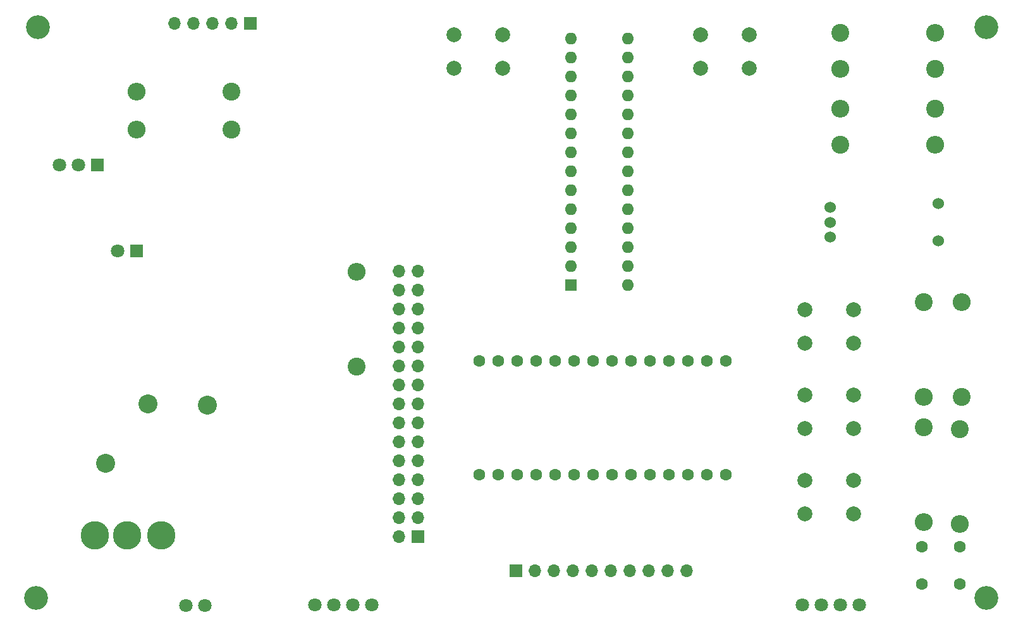
<source format=gbs>
%TF.GenerationSoftware,KiCad,Pcbnew,(6.0.1)*%
%TF.CreationDate,2022-04-05T20:10:59-05:00*%
%TF.ProjectId,Electroturn,456c6563-7472-46f7-9475-726e2e6b6963,rev?*%
%TF.SameCoordinates,Original*%
%TF.FileFunction,Soldermask,Bot*%
%TF.FilePolarity,Negative*%
%FSLAX46Y46*%
G04 Gerber Fmt 4.6, Leading zero omitted, Abs format (unit mm)*
G04 Created by KiCad (PCBNEW (6.0.1)) date 2022-04-05 20:10:59*
%MOMM*%
%LPD*%
G01*
G04 APERTURE LIST*
%ADD10C,2.000000*%
%ADD11C,1.524000*%
%ADD12R,1.700000X1.700000*%
%ADD13O,1.700000X1.700000*%
%ADD14R,1.800000X1.800000*%
%ADD15C,1.800000*%
%ADD16C,3.200000*%
%ADD17C,3.810000*%
%ADD18C,2.540000*%
%ADD19C,2.400000*%
%ADD20O,2.400000X2.400000*%
%ADD21C,1.600000*%
%ADD22C,1.803400*%
%ADD23R,1.600000X1.600000*%
%ADD24O,1.600000X1.600000*%
G04 APERTURE END LIST*
D10*
%TO.C,SW7*%
X188670000Y-95540000D03*
X182170000Y-95540000D03*
X188670000Y-100040000D03*
X182170000Y-100040000D03*
%TD*%
D11*
%TO.C,SW8*%
X185540000Y-58960000D03*
X185540000Y-62960000D03*
X185540000Y-60960000D03*
X200040000Y-58460000D03*
X200040000Y-63460000D03*
%TD*%
D12*
%TO.C,DS2*%
X143510000Y-107632500D03*
D13*
X146050000Y-107632500D03*
X148590000Y-107632500D03*
X151130000Y-107632500D03*
X153670000Y-107632500D03*
X156210000Y-107632500D03*
X158750000Y-107632500D03*
X161290000Y-107632500D03*
X163830000Y-107632500D03*
X166370000Y-107632500D03*
%TD*%
D14*
%TO.C,D1*%
X92710000Y-64770000D03*
D15*
X90170000Y-64770000D03*
%TD*%
D16*
%TO.C,H3*%
X206502000Y-34798000D03*
%TD*%
D17*
%TO.C,SW1*%
X87044000Y-102870000D03*
X91425500Y-102870000D03*
X95934000Y-102870000D03*
%TD*%
D12*
%TO.C,DS1*%
X107950000Y-34290000D03*
D13*
X105410000Y-34290000D03*
X102870000Y-34290000D03*
X100330000Y-34290000D03*
X97790000Y-34290000D03*
%TD*%
D18*
%TO.C,SW2*%
X102161594Y-85422842D03*
X88567158Y-93271594D03*
X94161026Y-85271026D03*
%TD*%
D10*
%TO.C,SW5*%
X182170000Y-72680000D03*
X188670000Y-72680000D03*
X188670000Y-77180000D03*
X182170000Y-77180000D03*
%TD*%
%TO.C,SW6*%
X182170000Y-84110000D03*
X188670000Y-84110000D03*
X182170000Y-88610000D03*
X188670000Y-88610000D03*
%TD*%
D16*
%TO.C,H2*%
X79248000Y-111252000D03*
%TD*%
%TO.C,H1*%
X206502000Y-111252000D03*
%TD*%
D10*
%TO.C,SW4*%
X141680000Y-35850000D03*
X135180000Y-35850000D03*
X141680000Y-40350000D03*
X135180000Y-40350000D03*
%TD*%
%TO.C,SW3*%
X174700000Y-35850000D03*
X168200000Y-35850000D03*
X168200000Y-40350000D03*
X174700000Y-40350000D03*
%TD*%
D16*
%TO.C,H4*%
X79502000Y-34798000D03*
%TD*%
D19*
%TO.C,R2*%
X199644000Y-45720000D03*
D20*
X186944000Y-45720000D03*
%TD*%
D21*
%TO.C,C1*%
X202946000Y-109434000D03*
X202946000Y-104434000D03*
%TD*%
D19*
%TO.C,R1*%
X199644000Y-40386000D03*
D20*
X186944000Y-40386000D03*
%TD*%
D19*
%TO.C,R5*%
X122174000Y-80264000D03*
D20*
X122174000Y-67564000D03*
%TD*%
D14*
%TO.C,U3*%
X87426500Y-53300000D03*
D15*
X84886500Y-53300000D03*
X82346500Y-53300000D03*
%TD*%
D22*
%TO.C,J3*%
X101854000Y-112268000D03*
X99314000Y-112268000D03*
%TD*%
D19*
%TO.C,R8*%
X202946000Y-88646000D03*
D20*
X202946000Y-101346000D03*
%TD*%
D19*
%TO.C,R11*%
X198120000Y-71628000D03*
D20*
X198120000Y-84328000D03*
%TD*%
D21*
%TO.C,C2*%
X197866000Y-104394000D03*
X197866000Y-109394000D03*
%TD*%
D19*
%TO.C,R10*%
X203200000Y-84328000D03*
D20*
X203200000Y-71628000D03*
%TD*%
D19*
%TO.C,R9*%
X198120000Y-88392000D03*
D20*
X198120000Y-101092000D03*
%TD*%
D12*
%TO.C,A1*%
X130342750Y-103060500D03*
D13*
X127802750Y-103060500D03*
X130342750Y-100520500D03*
X127802750Y-100520500D03*
X130342750Y-97980500D03*
X127802750Y-97980500D03*
X130342750Y-95440500D03*
X127802750Y-95440500D03*
X130342750Y-92900500D03*
X127802750Y-92900500D03*
X130342750Y-90360500D03*
X127802750Y-90360500D03*
X130342750Y-87820500D03*
X127802750Y-87820500D03*
X130342750Y-85280500D03*
X127802750Y-85280500D03*
X130342750Y-82740500D03*
X127802750Y-82740500D03*
X130342750Y-80200500D03*
X127802750Y-80200500D03*
X130342750Y-77660500D03*
X127802750Y-77660500D03*
X130342750Y-75120500D03*
X127802750Y-75120500D03*
X130342750Y-72580500D03*
X127802750Y-72580500D03*
X130342750Y-70040500D03*
X127802750Y-70040500D03*
X130342750Y-67500500D03*
X127802750Y-67500500D03*
%TD*%
D23*
%TO.C,U2*%
X150876000Y-69342000D03*
D24*
X150876000Y-66802000D03*
X150876000Y-64262000D03*
X150876000Y-61722000D03*
X150876000Y-59182000D03*
X150876000Y-56642000D03*
X150876000Y-54102000D03*
X150876000Y-51562000D03*
X150876000Y-49022000D03*
X150876000Y-46482000D03*
X150876000Y-43942000D03*
X150876000Y-41402000D03*
X150876000Y-38862000D03*
X150876000Y-36322000D03*
X158496000Y-36322000D03*
X158496000Y-38862000D03*
X158496000Y-41402000D03*
X158496000Y-43942000D03*
X158496000Y-46482000D03*
X158496000Y-49022000D03*
X158496000Y-51562000D03*
X158496000Y-54102000D03*
X158496000Y-56642000D03*
X158496000Y-59182000D03*
X158496000Y-61722000D03*
X158496000Y-64262000D03*
X158496000Y-66802000D03*
X158496000Y-69342000D03*
%TD*%
D19*
%TO.C,R7*%
X105410000Y-43434000D03*
D20*
X92710000Y-43434000D03*
%TD*%
D19*
%TO.C,R6*%
X105410000Y-48514000D03*
D20*
X92710000Y-48514000D03*
%TD*%
D22*
%TO.C,J2*%
X124188500Y-112216801D03*
X121648500Y-112216801D03*
X119108500Y-112216801D03*
X116568500Y-112216801D03*
%TD*%
D19*
%TO.C,R3*%
X186944000Y-35560000D03*
D20*
X199644000Y-35560000D03*
%TD*%
D22*
%TO.C,J1*%
X189466500Y-112216801D03*
X186926500Y-112216801D03*
X184386500Y-112216801D03*
X181846500Y-112216801D03*
%TD*%
D19*
%TO.C,R4*%
X186944000Y-50546000D03*
D20*
X199644000Y-50546000D03*
%TD*%
D21*
%TO.C,U1*%
X169037000Y-94742000D03*
X166497000Y-94742000D03*
X163957000Y-94742000D03*
X161417000Y-94742000D03*
X166497000Y-79502000D03*
X158877000Y-94742000D03*
X156337000Y-94742000D03*
X153797000Y-94742000D03*
X151257000Y-94742000D03*
X148717000Y-94742000D03*
X146177000Y-94742000D03*
X143637000Y-94742000D03*
X141097000Y-94742000D03*
X138557000Y-94742000D03*
X138557000Y-79502000D03*
X141097000Y-79502000D03*
X143637000Y-79502000D03*
X146177000Y-79502000D03*
X148717000Y-79502000D03*
X151257000Y-79502000D03*
X153797000Y-79502000D03*
X156337000Y-79502000D03*
X158877000Y-79502000D03*
X161417000Y-79502000D03*
X163957000Y-79502000D03*
X171577000Y-94742000D03*
X169037000Y-79502000D03*
X171577000Y-79502000D03*
%TD*%
M02*

</source>
